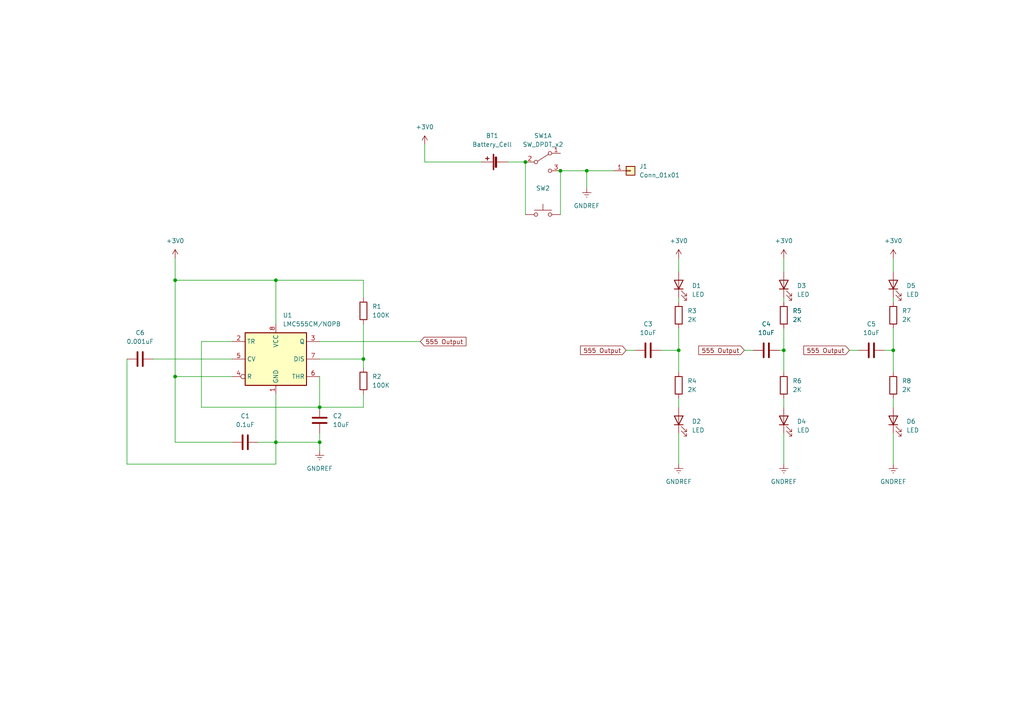
<source format=kicad_sch>
(kicad_sch (version 20211123) (generator eeschema)
  (paper "A4")
  (lib_symbols
    (symbol "Connector_Generic:Conn_01x01" (pin_names (offset 1.016) hide)
      (property "Reference" "J" (at 0 2.54 0))
      (property "Value" "Conn_01x01" (at 0 -2.54 0))
      (symbol "Conn_01x01_1_1"
        (rectangle (start -1.27 0.127) (end 0 -0.127) (stroke (width 0.1524)))
        (rectangle (start -1.27 1.27) (end 1.27 -1.27) (stroke (width 0.254)) (fill (type background)))
        (pin passive line (at -5.08 0 0) (length 3.81) (name "Pin_1") (number "1"))
      )
    )
    (symbol "Device:Battery_Cell" (pin_numbers hide) (pin_names (offset 0) hide)
      (property "Reference" "BT" (at 2.54 2.54 0))
      (property "Value" "Battery_Cell" (at 2.54 0 0))
      (symbol "Battery_Cell_0_1"
        (rectangle (start -2.286 1.778) (end 2.286 1.524) (fill (type outline)))
        (rectangle (start -1.5748 1.1938) (end 1.4732 0.6858) (fill (type outline)))
        (polyline (pts (xy 0 0.762) (xy 0 0)))
        (polyline (pts (xy 0 1.778) (xy 0 2.54)))
        (polyline (pts (xy 0.508 3.429) (xy 1.524 3.429)) (stroke (width 0.254)))
        (polyline (pts (xy 1.016 3.937) (xy 1.016 2.921)) (stroke (width 0.254)))
      )
      (symbol "Battery_Cell_1_1"
        (pin passive line (at 0 5.08 270) (length 2.54) (name "+") (number "1"))
        (pin passive line (at 0 -2.54 90) (length 2.54) (name "-") (number "2"))
      )
    )
    (symbol "Device:C" (pin_numbers hide) (pin_names (offset 0.254))
      (property "Reference" "C" (at 0.635 2.54 0))
      (property "Value" "C" (at 0.635 -2.54 0))
      (symbol "C_0_1"
        (polyline (pts (xy -2.032 -0.762) (xy 2.032 -0.762)) (stroke (width 0.508)))
        (polyline (pts (xy -2.032 0.762) (xy 2.032 0.762)) (stroke (width 0.508)))
      )
      (symbol "C_1_1"
        (pin passive line (at 0 3.81 270) (length 2.794) (name "~") (number "1"))
        (pin passive line (at 0 -3.81 90) (length 2.794) (name "~") (number "2"))
      )
    )
    (symbol "Device:LED" (pin_numbers hide) (pin_names (offset 1.016) hide)
      (property "Reference" "D" (at 0 2.54 0))
      (property "Value" "LED" (at 0 -2.54 0))
      (symbol "LED_0_1"
        (polyline (pts (xy -1.27 -1.27) (xy -1.27 1.27)) (stroke (width 0.254)))
        (polyline (pts (xy -1.27 0) (xy 1.27 0)))
        (polyline (pts (xy 1.27 -1.27) (xy 1.27 1.27) (xy -1.27 0) (xy 1.27 -1.27)) (stroke (width 0.254)))
        (polyline (pts (xy -3.048 -0.762) (xy -4.572 -2.286) (xy -3.81 -2.286) (xy -4.572 -2.286) (xy -4.572 -1.524)))
        (polyline (pts (xy -1.778 -0.762) (xy -3.302 -2.286) (xy -2.54 -2.286) (xy -3.302 -2.286) (xy -3.302 -1.524)))
      )
      (symbol "LED_1_1"
        (pin passive line (at -3.81 0 0) (length 2.54) (name "K") (number "1"))
        (pin passive line (at 3.81 0 180) (length 2.54) (name "A") (number "2"))
      )
    )
    (symbol "Device:R" (pin_numbers hide) (pin_names (offset 0))
      (property "Reference" "R" (at 2.032 0 90))
      (property "Value" "R" (at 0 0 90))
      (symbol "R_0_1"
        (rectangle (start -1.016 -2.54) (end 1.016 2.54) (stroke (width 0.254)))
      )
      (symbol "R_1_1"
        (pin passive line (at 0 3.81 270) (length 1.27) (name "~") (number "1"))
        (pin passive line (at 0 -3.81 90) (length 1.27) (name "~") (number "2"))
      )
    )
    (symbol "Switch:SW_DPDT_x2" (pin_names (offset 0) hide)
      (property "Reference" "SW" (at 0 4.318 0))
      (property "Value" "SW_DPDT_x2" (at 0 -5.08 0))
      (symbol "SW_DPDT_x2_0_0"
        (circle (center -2.032 0) (radius 0.508))
        (circle (center 2.032 -2.54) (radius 0.508))
      )
      (symbol "SW_DPDT_x2_0_1"
        (polyline (pts (xy -1.524 0.254) (xy 1.651 2.286)))
        (circle (center 2.032 2.54) (radius 0.508))
      )
      (symbol "SW_DPDT_x2_1_1"
        (pin passive line (at 5.08 2.54 180) (length 2.54) (name "A") (number "1"))
        (pin passive line (at -5.08 0 0) (length 2.54) (name "B") (number "2"))
        (pin passive line (at 5.08 -2.54 180) (length 2.54) (name "C") (number "3"))
      )
      (symbol "SW_DPDT_x2_2_1"
        (pin passive line (at 5.08 2.54 180) (length 2.54) (name "A") (number "4"))
        (pin passive line (at -5.08 0 0) (length 2.54) (name "B") (number "5"))
        (pin passive line (at 5.08 -2.54 180) (length 2.54) (name "C") (number "6"))
      )
    )
    (symbol "Switch:SW_Push" (pin_numbers hide) (pin_names (offset 1.016) hide)
      (property "Reference" "SW" (at 1.27 2.54 0))
      (property "Value" "SW_Push" (at 0 -1.524 0))
      (symbol "SW_Push_0_1"
        (circle (center -2.032 0) (radius 0.508))
        (polyline (pts (xy 0 1.27) (xy 0 3.048)))
        (polyline (pts (xy 2.54 1.27) (xy -2.54 1.27)))
        (circle (center 2.032 0) (radius 0.508))
        (pin passive line (at -5.08 0 0) (length 2.54) (name "1") (number "1"))
        (pin passive line (at 5.08 0 180) (length 2.54) (name "2") (number "2"))
      )
    )
    (symbol "Timer:LMC555xM"
      (property "Reference" "U" (at -10.16 8.89 0))
      (property "Value" "LMC555xM" (at 2.54 8.89 0))
      (symbol "LMC555xM_0_0"
        (pin power_in line (at 0 -10.16 90) (length 2.54) (name "GND") (number "1"))
        (pin power_in line (at 0 10.16 270) (length 2.54) (name "VCC") (number "8"))
      )
      (symbol "LMC555xM_0_1"
        (rectangle (start -8.89 -7.62) (end 8.89 7.62) (stroke (width 0.254)) (fill (type background)))
        (rectangle (start -8.89 -7.62) (end 8.89 7.62) (stroke (width 0.254)) (fill (type background)))
      )
      (symbol "LMC555xM_1_1"
        (pin input line (at -12.7 5.08 0) (length 3.81) (name "TR") (number "2"))
        (pin output line (at 12.7 5.08 180) (length 3.81) (name "Q") (number "3"))
        (pin input inverted (at -12.7 -5.08 0) (length 3.81) (name "R") (number "4"))
        (pin input line (at -12.7 0 0) (length 3.81) (name "CV") (number "5"))
        (pin input line (at 12.7 -5.08 180) (length 3.81) (name "THR") (number "6"))
        (pin input line (at 12.7 0 180) (length 3.81) (name "DIS") (number "7"))
      )
    )
    (symbol "power:+3V0" (power) (pin_names (offset 0))
      (property "Value" "+3V0" (at 0 3.556 0))
      (symbol "+3V0_0_1"
        (polyline (pts (xy -0.762 1.27) (xy 0 2.54)))
        (polyline (pts (xy 0 0) (xy 0 2.54)))
        (polyline (pts (xy 0 2.54) (xy 0.762 1.27)))
      )
      (symbol "+3V0_1_1"
        (pin power_in line (at 0 0 90) (length 0) hide (name "+3V0") (number "1"))
      )
    )
    (symbol "power:GNDREF" (power) (pin_names (offset 0))
      (property "Value" "GNDREF" (at 0 -3.81 0))
      (symbol "GNDREF_0_1"
        (polyline (pts (xy -0.635 -1.905) (xy 0.635 -1.905)))
        (polyline (pts (xy -0.127 -2.54) (xy 0.127 -2.54)))
        (polyline (pts (xy 0 -1.27) (xy 0 0)))
        (polyline (pts (xy 1.27 -1.27) (xy -1.27 -1.27)))
      )
      (symbol "GNDREF_1_1"
        (pin power_in line (at 0 0 270) (length 0) hide (name "GNDREF") (number "1"))
      )
    )
  )
  (junction (at 259.08 101.6))
  (junction (at 92.71 118.11))
  (junction (at 196.85 101.6))
  (junction (at 92.71 128.27))
  (junction (at 80.01 81.28))
  (junction (at 162.56 49.53))
  (junction (at 80.01 128.27))
  (junction (at 50.8 81.28))
  (junction (at 170.18 49.53))
  (junction (at 152.4 46.99))
  (junction (at 50.8 109.22))
  (junction (at 227.33 101.6))
  (junction (at 105.41 104.14))
  (wire (pts (xy 196.85 95.25) (xy 196.85 101.6)))
  (wire (pts (xy 92.71 118.11) (xy 105.41 118.11)))
  (wire (pts (xy 227.33 95.25) (xy 227.33 101.6)))
  (wire (pts (xy 105.41 93.98) (xy 105.41 104.14)))
  (wire (pts (xy 259.08 74.93) (xy 259.08 78.74)))
  (wire (pts (xy 50.8 81.28) (xy 80.01 81.28)))
  (wire (pts (xy 152.4 46.99) (xy 152.4 62.23)))
  (wire (pts (xy 259.08 115.57) (xy 259.08 118.11)))
  (wire (pts (xy 58.42 99.06) (xy 58.42 118.11)))
  (wire (pts (xy 170.18 49.53) (xy 170.18 54.61)))
  (wire (pts (xy 123.19 46.99) (xy 139.7 46.99)))
  (wire (pts (xy 36.83 134.62) (xy 80.01 134.62)))
  (wire (pts (xy 227.33 115.57) (xy 227.33 118.11)))
  (wire (pts (xy 181.61 101.6) (xy 184.15 101.6)))
  (wire (pts (xy 196.85 86.36) (xy 196.85 87.63)))
  (wire (pts (xy 92.71 128.27) (xy 92.71 130.81)))
  (wire (pts (xy 246.38 101.6) (xy 248.92 101.6)))
  (wire (pts (xy 67.31 99.06) (xy 58.42 99.06)))
  (wire (pts (xy 58.42 118.11) (xy 92.71 118.11)))
  (wire (pts (xy 105.41 118.11) (xy 105.41 114.3)))
  (wire (pts (xy 105.41 104.14) (xy 92.71 104.14)))
  (wire (pts (xy 50.8 74.93) (xy 50.8 81.28)))
  (wire (pts (xy 215.9 101.6) (xy 218.44 101.6)))
  (wire (pts (xy 227.33 125.73) (xy 227.33 134.62)))
  (wire (pts (xy 80.01 134.62) (xy 80.01 128.27)))
  (wire (pts (xy 227.33 101.6) (xy 227.33 107.95)))
  (wire (pts (xy 105.41 86.36) (xy 105.41 81.28)))
  (wire (pts (xy 123.19 41.91) (xy 123.19 46.99)))
  (wire (pts (xy 259.08 101.6) (xy 259.08 107.95)))
  (wire (pts (xy 196.85 101.6) (xy 196.85 107.95)))
  (wire (pts (xy 259.08 125.73) (xy 259.08 134.62)))
  (wire (pts (xy 67.31 109.22) (xy 50.8 109.22)))
  (wire (pts (xy 92.71 125.73) (xy 92.71 128.27)))
  (wire (pts (xy 259.08 86.36) (xy 259.08 87.63)))
  (wire (pts (xy 259.08 95.25) (xy 259.08 101.6)))
  (wire (pts (xy 80.01 128.27) (xy 92.71 128.27)))
  (wire (pts (xy 50.8 109.22) (xy 50.8 128.27)))
  (wire (pts (xy 92.71 109.22) (xy 92.71 118.11)))
  (wire (pts (xy 196.85 125.73) (xy 196.85 134.62)))
  (wire (pts (xy 196.85 74.93) (xy 196.85 78.74)))
  (wire (pts (xy 80.01 81.28) (xy 80.01 93.98)))
  (wire (pts (xy 162.56 49.53) (xy 162.56 62.23)))
  (wire (pts (xy 162.56 49.53) (xy 170.18 49.53)))
  (wire (pts (xy 50.8 109.22) (xy 50.8 81.28)))
  (wire (pts (xy 105.41 104.14) (xy 105.41 106.68)))
  (wire (pts (xy 170.18 49.53) (xy 177.8 49.53)))
  (wire (pts (xy 226.06 101.6) (xy 227.33 101.6)))
  (wire (pts (xy 256.54 101.6) (xy 259.08 101.6)))
  (wire (pts (xy 50.8 128.27) (xy 67.31 128.27)))
  (wire (pts (xy 74.93 128.27) (xy 80.01 128.27)))
  (wire (pts (xy 191.77 101.6) (xy 196.85 101.6)))
  (wire (pts (xy 227.33 86.36) (xy 227.33 87.63)))
  (wire (pts (xy 92.71 99.06) (xy 121.92 99.06)))
  (wire (pts (xy 80.01 114.3) (xy 80.01 128.27)))
  (wire (pts (xy 227.33 74.93) (xy 227.33 78.74)))
  (wire (pts (xy 36.83 104.14) (xy 36.83 134.62)))
  (wire (pts (xy 196.85 115.57) (xy 196.85 118.11)))
  (wire (pts (xy 80.01 81.28) (xy 105.41 81.28)))
  (wire (pts (xy 147.32 46.99) (xy 152.4 46.99)))
  (wire (pts (xy 44.45 104.14) (xy 67.31 104.14)))
  (global_label "555 Output" (shape input) (at 246.38 101.6 180) (property "Intersheet References" "${INTERSHEET_REFS}" (effects hide)))
  (global_label "555 Output" (shape input) (at 215.9 101.6 180) (property "Intersheet References" "${INTERSHEET_REFS}" (effects hide)))
  (global_label "555 Output" (shape input) (at 181.61 101.6 180) (property "Intersheet References" "${INTERSHEET_REFS}" (effects hide)))
  (global_label "555 Output" (shape input) (at 121.92 99.06 0) (property "Intersheet References" "${INTERSHEET_REFS}" (effects hide)))
  (symbol (lib_id "Device:R") (at 105.41 110.49 0) (unit 1)
    (property "Reference" "R2" (at 107.95 109.2199 0) (effects (justify left)))
    (property "Value" "100K" (at 107.95 111.7599 0) (effects (justify left)))
    (property "Footprint" "Resistor_SMD:R_0805_2012Metric_Pad1.20x1.40mm_HandSolder" (effects hide))
  )
  (symbol (lib_id "Device:LED") (at 259.08 121.92 90) (unit 1)
    (property "Reference" "D6" (at 262.89 122.2374 90) (effects (justify right)))
    (property "Value" "LED" (at 262.89 124.7774 90) (effects (justify right)))
    (property "Footprint" "Img:LED_0805_2012Metric_Pad1.15x1.40mm_HandSolder_Flower" (effects hide))
  )
  (symbol (lib_id "Device:LED") (at 227.33 121.92 90) (unit 1)
    (property "Reference" "D4" (at 231.14 122.2374 90) (effects (justify right)))
    (property "Value" "LED" (at 231.14 124.7774 90) (effects (justify right)))
    (property "Footprint" "Img:LED_0805_2012Metric_Pad1.15x1.40mm_HandSolder_Flower_small" (effects hide))
  )
  (symbol (lib_id "Device:LED") (at 196.85 82.55 90) (unit 1)
    (property "Reference" "D1" (at 200.66 82.8674 90) (effects (justify right)))
    (property "Value" "LED" (at 200.66 85.4074 90) (effects (justify right)))
    (property "Footprint" "Img:LED_0805_2012Metric_Pad1.15x1.40mm_HandSolder_Flower_small" (effects hide))
  )
  (symbol (lib_id "Connector_Generic:Conn_01x01") (at 182.88 49.53 0) (unit 1)
    (property "Reference" "J1" (at 185.42 48.2599 0) (effects (justify left)))
    (property "Value" "Conn_01x01" (at 185.42 50.7999 0) (effects (justify left)))
    (property "Footprint" "Img:Lutra_QRCode" (effects hide))
  )
  (symbol (lib_id "power:GNDREF") (at 92.71 130.81 0) (unit 1)
    (property "Reference" "#PWR0101" (effects hide))
    (property "Value" "GNDREF" (at 92.71 135.89 0))
  )
  (symbol (lib_id "power:GNDREF") (at 196.85 134.62 0) (unit 1)
    (property "Reference" "#PWR0110" (effects hide))
    (property "Value" "GNDREF" (at 196.85 139.7 0))
  )
  (symbol (lib_id "power:GNDREF") (at 259.08 134.62 0) (unit 1)
    (property "Reference" "#PWR0106" (effects hide))
    (property "Value" "GNDREF" (at 259.08 139.7 0))
  )
  (symbol (lib_id "Device:R") (at 259.08 91.44 0) (unit 1)
    (property "Reference" "R7" (at 261.62 90.1699 0) (effects (justify left)))
    (property "Value" "2K" (at 261.62 92.7099 0) (effects (justify left)))
    (property "Footprint" "Resistor_SMD:R_0805_2012Metric_Pad1.20x1.40mm_HandSolder" (effects hide))
  )
  (symbol (lib_id "Switch:SW_DPDT_x2") (at 157.48 46.99 0) (unit 1)
    (property "Reference" "SW1" (at 157.48 39.37 0))
    (property "Value" "SW_DPDT_x2" (at 157.48 41.91 0))
    (property "Footprint" "Img:Switch_MSK-01A" (effects hide))
  )
  (symbol (lib_id "Device:R") (at 196.85 111.76 0) (unit 1)
    (property "Reference" "R4" (at 199.39 110.4899 0) (effects (justify left)))
    (property "Value" "2K" (at 199.39 113.0299 0) (effects (justify left)))
    (property "Footprint" "Resistor_SMD:R_0805_2012Metric_Pad1.20x1.40mm_HandSolder" (effects hide))
  )
  (symbol (lib_id "Device:R") (at 227.33 91.44 0) (unit 1)
    (property "Reference" "R5" (at 229.87 90.1699 0) (effects (justify left)))
    (property "Value" "2K" (at 229.87 92.7099 0) (effects (justify left)))
    (property "Footprint" "Resistor_SMD:R_0805_2012Metric_Pad1.20x1.40mm_HandSolder" (effects hide))
  )
  (symbol (lib_id "power:GNDREF") (at 170.18 54.61 0) (unit 1)
    (property "Reference" "#PWR0103" (effects hide))
    (property "Value" "GNDREF" (at 170.18 59.69 0))
  )
  (symbol (lib_id "Device:C") (at 187.96 101.6 90) (unit 1)
    (property "Reference" "C3" (at 187.96 93.98 90))
    (property "Value" "10uF" (at 187.96 96.52 90))
    (property "Footprint" "Capacitor_SMD:C_0805_2012Metric_Pad1.18x1.45mm_HandSolder" (effects hide))
  )
  (symbol (lib_id "power:+3V0") (at 196.85 74.93 0) (unit 1)
    (property "Reference" "#PWR0102" (effects hide))
    (property "Value" "+3V0" (at 196.85 69.85 0))
  )
  (symbol (lib_id "Device:C") (at 222.25 101.6 90) (unit 1)
    (property "Reference" "C4" (at 222.25 93.98 90))
    (property "Value" "10uF" (at 222.25 96.52 90))
    (property "Footprint" "Capacitor_SMD:C_0805_2012Metric_Pad1.18x1.45mm_HandSolder" (effects hide))
  )
  (symbol (lib_id "Device:Battery_Cell") (at 144.78 46.99 90) (unit 1)
    (property "Reference" "BT1" (at 142.748 39.37 90))
    (property "Value" "Battery_Cell" (at 142.748 41.91 90))
    (property "Footprint" "Battery:BatteryHolder_Keystone_1060_1x2032" (effects hide))
  )
  (symbol (lib_id "Device:R") (at 105.41 90.17 0) (unit 1)
    (property "Reference" "R1" (at 107.95 88.8999 0) (effects (justify left)))
    (property "Value" "100K" (at 107.95 91.4399 0) (effects (justify left)))
    (property "Footprint" "Resistor_SMD:R_0805_2012Metric_Pad1.20x1.40mm_HandSolder" (effects hide))
  )
  (symbol (lib_id "power:+3V0") (at 50.8 74.93 0) (unit 1)
    (property "Reference" "#PWR0105" (effects hide))
    (property "Value" "+3V0" (at 50.8 69.85 0))
  )
  (symbol (lib_id "Device:LED") (at 227.33 82.55 90) (unit 1)
    (property "Reference" "D3" (at 231.14 82.8674 90) (effects (justify right)))
    (property "Value" "LED" (at 231.14 85.4074 90) (effects (justify right)))
    (property "Footprint" "Img:LED_0805_2012Metric_Pad1.15x1.40mm_HandSolder_Flower" (effects hide))
  )
  (symbol (lib_id "Device:LED") (at 259.08 82.55 90) (unit 1)
    (property "Reference" "D5" (at 262.89 82.8674 90) (effects (justify right)))
    (property "Value" "LED" (at 262.89 85.4074 90) (effects (justify right)))
    (property "Footprint" "Img:LED_0805_2012Metric_Pad1.15x1.40mm_HandSolder_Flower_small" (effects hide))
  )
  (symbol (lib_id "power:GNDREF") (at 227.33 134.62 0) (unit 1)
    (property "Reference" "#PWR0109" (effects hide))
    (property "Value" "GNDREF" (at 227.33 139.7 0))
  )
  (symbol (lib_id "Device:C") (at 252.73 101.6 90) (unit 1)
    (property "Reference" "C5" (at 252.73 93.98 90))
    (property "Value" "10uF" (at 252.73 96.52 90))
    (property "Footprint" "Capacitor_SMD:C_0805_2012Metric_Pad1.18x1.45mm_HandSolder" (effects hide))
  )
  (symbol (lib_id "power:+3V0") (at 227.33 74.93 0) (unit 1)
    (property "Reference" "#PWR0108" (effects hide))
    (property "Value" "+3V0" (at 227.33 69.85 0))
  )
  (symbol (lib_id "power:+3V0") (at 123.19 41.91 0) (unit 1)
    (property "Reference" "#PWR0104" (effects hide))
    (property "Value" "+3V0" (at 123.19 36.83 0))
  )
  (symbol (lib_id "Timer:LMC555xM") (at 80.01 104.14 0) (unit 1)
    (property "Reference" "U1" (at 82.0294 91.44 0) (effects (justify left)))
    (property "Value" "LMC555CM/NOPB" (at 82.0294 93.98 0) (effects (justify left)))
    (property "Footprint" "Package_SO:SOIC-8_3.9x4.9mm_P1.27mm" (effects hide))
    (property "Datasheet" "http://www.ti.com/lit/ds/symlink/lmc555.pdf" (effects hide))
  )
  (symbol (lib_id "Device:R") (at 259.08 111.76 0) (unit 1)
    (property "Reference" "R8" (at 261.62 110.4899 0) (effects (justify left)))
    (property "Value" "2K" (at 261.62 113.0299 0) (effects (justify left)))
    (property "Footprint" "Resistor_SMD:R_0805_2012Metric_Pad1.20x1.40mm_HandSolder" (effects hide))
  )
  (symbol (lib_id "Device:R") (at 196.85 91.44 0) (unit 1)
    (property "Reference" "R3" (at 199.39 90.1699 0) (effects (justify left)))
    (property "Value" "2K" (at 199.39 92.7099 0) (effects (justify left)))
    (property "Footprint" "Resistor_SMD:R_0805_2012Metric_Pad1.20x1.40mm_HandSolder" (effects hide))
  )
  (symbol (lib_id "Device:R") (at 227.33 111.76 0) (unit 1)
    (property "Reference" "R6" (at 229.87 110.4899 0) (effects (justify left)))
    (property "Value" "2K" (at 229.87 113.0299 0) (effects (justify left)))
    (property "Footprint" "Resistor_SMD:R_0805_2012Metric_Pad1.20x1.40mm_HandSolder" (effects hide))
  )
  (symbol (lib_id "Switch:SW_Push") (at 157.48 62.23 0) (unit 1)
    (property "Reference" "SW2" (at 157.48 54.61 0))
    (property "Value" "SW_Push" (effects hide))
    (property "Footprint" "Button_Switch_SMD:SW_SPST_TL3342" (effects hide))
  )
  (symbol (lib_id "Device:LED") (at 196.85 121.92 90) (unit 1)
    (property "Reference" "D2" (at 200.66 122.2374 90) (effects (justify right)))
    (property "Value" "LED" (at 200.66 124.7774 90) (effects (justify right)))
    (property "Footprint" "Img:LED_0805_2012Metric_Pad1.15x1.40mm_HandSolder_Flower" (effects hide))
  )
  (symbol (lib_id "Device:C") (at 92.71 121.92 0) (unit 1)
    (property "Reference" "C2" (at 96.52 120.6499 0) (effects (justify left)))
    (property "Value" "10uF" (at 96.52 123.1899 0) (effects (justify left)))
    (property "Footprint" "Capacitor_SMD:C_0805_2012Metric_Pad1.18x1.45mm_HandSolder" (effects hide))
  )
  (symbol (lib_id "Device:C") (at 40.64 104.14 270) (unit 1)
    (property "Reference" "C6" (at 40.64 96.52 90))
    (property "Value" "0.001uF" (at 40.64 99.06 90))
    (property "Footprint" "Capacitor_SMD:C_0805_2012Metric_Pad1.18x1.45mm_HandSolder" (effects hide))
  )
  (symbol (lib_id "Device:C") (at 71.12 128.27 270) (unit 1)
    (property "Reference" "C1" (at 71.12 120.65 90))
    (property "Value" "0.1uF" (at 71.12 123.19 90))
    (property "Footprint" "Capacitor_SMD:C_0805_2012Metric_Pad1.18x1.45mm_HandSolder" (effects hide))
  )
  (symbol (lib_id "power:+3V0") (at 259.08 74.93 0) (unit 1)
    (property "Reference" "#PWR0107" (effects hide))
    (property "Value" "+3V0" (at 259.08 69.85 0))
  )
)
</source>
